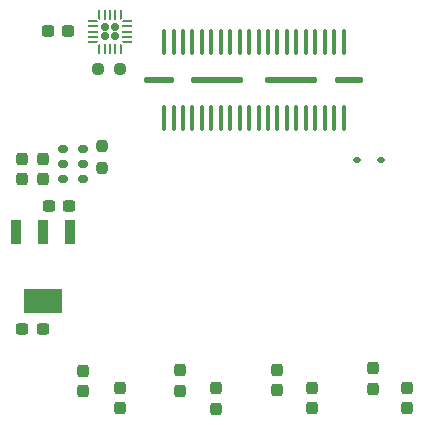
<source format=gbr>
%TF.GenerationSoftware,KiCad,Pcbnew,7.0.1*%
%TF.CreationDate,2023-09-03T17:39:20-04:00*%
%TF.ProjectId,syzygy-breakout-flash-LVL,73797a79-6779-42d6-9272-65616b6f7574,r1.0*%
%TF.SameCoordinates,PX66851e0PY4d70380*%
%TF.FileFunction,Paste,Bot*%
%TF.FilePolarity,Positive*%
%FSLAX46Y46*%
G04 Gerber Fmt 4.6, Leading zero omitted, Abs format (unit mm)*
G04 Created by KiCad (PCBNEW 7.0.1) date 2023-09-03 17:39:20*
%MOMM*%
%LPD*%
G01*
G04 APERTURE LIST*
G04 Aperture macros list*
%AMRoundRect*
0 Rectangle with rounded corners*
0 $1 Rounding radius*
0 $2 $3 $4 $5 $6 $7 $8 $9 X,Y pos of 4 corners*
0 Add a 4 corners polygon primitive as box body*
4,1,4,$2,$3,$4,$5,$6,$7,$8,$9,$2,$3,0*
0 Add four circle primitives for the rounded corners*
1,1,$1+$1,$2,$3*
1,1,$1+$1,$4,$5*
1,1,$1+$1,$6,$7*
1,1,$1+$1,$8,$9*
0 Add four rect primitives between the rounded corners*
20,1,$1+$1,$2,$3,$4,$5,0*
20,1,$1+$1,$4,$5,$6,$7,0*
20,1,$1+$1,$6,$7,$8,$9,0*
20,1,$1+$1,$8,$9,$2,$3,0*%
%AMFreePoly0*
4,1,14,0.410355,0.110355,0.425000,0.075000,0.425000,0.045711,0.410355,0.010356,0.289644,-0.110355,0.254289,-0.125000,-0.375000,-0.125000,-0.410355,-0.110355,-0.425000,-0.075000,-0.425000,0.075000,-0.410355,0.110355,-0.375000,0.125000,0.375000,0.125000,0.410355,0.110355,0.410355,0.110355,$1*%
%AMFreePoly1*
4,1,14,0.289644,0.110355,0.410355,-0.010356,0.425000,-0.045711,0.425000,-0.075000,0.410355,-0.110355,0.375000,-0.125000,-0.375000,-0.125000,-0.410355,-0.110355,-0.425000,-0.075000,-0.425000,0.075000,-0.410355,0.110355,-0.375000,0.125000,0.254289,0.125000,0.289644,0.110355,0.289644,0.110355,$1*%
%AMFreePoly2*
4,1,14,0.110355,0.410355,0.125000,0.375000,0.125000,-0.375000,0.110355,-0.410355,0.075000,-0.425000,0.045711,-0.425000,0.010356,-0.410355,-0.110355,-0.289644,-0.125000,-0.254289,-0.125000,0.375000,-0.110355,0.410355,-0.075000,0.425000,0.075000,0.425000,0.110355,0.410355,0.110355,0.410355,$1*%
%AMFreePoly3*
4,1,14,0.110355,0.410355,0.125000,0.375000,0.125000,-0.254289,0.110355,-0.289644,-0.010356,-0.410355,-0.045711,-0.425000,-0.075000,-0.425000,-0.110355,-0.410355,-0.125000,-0.375000,-0.125000,0.375000,-0.110355,0.410355,-0.075000,0.425000,0.075000,0.425000,0.110355,0.410355,0.110355,0.410355,$1*%
%AMFreePoly4*
4,1,14,0.410355,0.110355,0.425000,0.075000,0.425000,-0.075000,0.410355,-0.110355,0.375000,-0.125000,-0.375000,-0.125000,-0.410355,-0.110355,-0.425000,-0.075000,-0.425000,-0.045711,-0.410355,-0.010355,-0.289643,0.110355,-0.254289,0.125000,0.375000,0.125000,0.410355,0.110355,0.410355,0.110355,$1*%
%AMFreePoly5*
4,1,14,0.410355,0.110355,0.425000,0.075000,0.425000,-0.075000,0.410355,-0.110355,0.375000,-0.125000,-0.254289,-0.125000,-0.289644,-0.110355,-0.410355,0.010356,-0.425000,0.045711,-0.425000,0.075000,-0.410355,0.110355,-0.375000,0.125000,0.375000,0.125000,0.410355,0.110355,0.410355,0.110355,$1*%
%AMFreePoly6*
4,1,14,-0.010356,0.410355,0.110355,0.289644,0.125000,0.254289,0.125000,-0.375000,0.110355,-0.410355,0.075000,-0.425000,-0.075000,-0.425000,-0.110355,-0.410355,-0.125000,-0.375000,-0.125000,0.375000,-0.110355,0.410355,-0.075000,0.425000,-0.045711,0.425000,-0.010356,0.410355,-0.010356,0.410355,$1*%
%AMFreePoly7*
4,1,14,0.110355,0.410355,0.125000,0.375000,0.125000,-0.375000,0.110355,-0.410355,0.075000,-0.425000,-0.075000,-0.425000,-0.110355,-0.410355,-0.125000,-0.375000,-0.125000,0.254289,-0.110355,0.289644,0.010356,0.410355,0.045711,0.425000,0.075000,0.425000,0.110355,0.410355,0.110355,0.410355,$1*%
G04 Aperture macros list end*
%ADD10RoundRect,0.060000X0.090000X1.040000X-0.090000X1.040000X-0.090000X-1.040000X0.090000X-1.040000X0*%
%ADD11RoundRect,0.100000X-1.100000X0.150000X-1.100000X-0.150000X1.100000X-0.150000X1.100000X0.150000X0*%
%ADD12RoundRect,0.100000X-2.075000X0.150000X-2.075000X-0.150000X2.075000X-0.150000X2.075000X0.150000X0*%
%ADD13RoundRect,0.100000X-1.150000X0.150000X-1.150000X-0.150000X1.150000X-0.150000X1.150000X0.150000X0*%
%ADD14RoundRect,0.237500X0.237500X-0.300000X0.237500X0.300000X-0.237500X0.300000X-0.237500X-0.300000X0*%
%ADD15RoundRect,0.237500X-0.237500X0.300000X-0.237500X-0.300000X0.237500X-0.300000X0.237500X0.300000X0*%
%ADD16RoundRect,0.237500X-0.250000X-0.237500X0.250000X-0.237500X0.250000X0.237500X-0.250000X0.237500X0*%
%ADD17RoundRect,0.112500X0.187500X0.112500X-0.187500X0.112500X-0.187500X-0.112500X0.187500X-0.112500X0*%
%ADD18RoundRect,0.237500X-0.300000X-0.237500X0.300000X-0.237500X0.300000X0.237500X-0.300000X0.237500X0*%
%ADD19RoundRect,0.150000X-0.250000X-0.150000X0.250000X-0.150000X0.250000X0.150000X-0.250000X0.150000X0*%
%ADD20RoundRect,0.237500X0.300000X0.237500X-0.300000X0.237500X-0.300000X-0.237500X0.300000X-0.237500X0*%
%ADD21R,0.950000X2.150000*%
%ADD22R,3.250000X2.150000*%
%ADD23RoundRect,0.237500X0.237500X-0.250000X0.237500X0.250000X-0.237500X0.250000X-0.237500X-0.250000X0*%
%ADD24RoundRect,0.160000X0.160000X-0.160000X0.160000X0.160000X-0.160000X0.160000X-0.160000X-0.160000X0*%
%ADD25FreePoly0,90.000000*%
%ADD26RoundRect,0.062500X0.062500X-0.362500X0.062500X0.362500X-0.062500X0.362500X-0.062500X-0.362500X0*%
%ADD27FreePoly1,90.000000*%
%ADD28FreePoly2,90.000000*%
%ADD29RoundRect,0.062500X0.362500X-0.062500X0.362500X0.062500X-0.362500X0.062500X-0.362500X-0.062500X0*%
%ADD30FreePoly3,90.000000*%
%ADD31FreePoly4,90.000000*%
%ADD32FreePoly5,90.000000*%
%ADD33FreePoly6,90.000000*%
%ADD34FreePoly7,90.000000*%
G04 APERTURE END LIST*
D10*
X14882000Y-12486000D03*
X14882000Y-6086000D03*
X15682000Y-12486000D03*
X15682000Y-6086000D03*
X16482000Y-12486000D03*
X16482000Y-6086000D03*
X17282000Y-12486000D03*
X17282000Y-6086000D03*
X18082000Y-12486000D03*
X18082000Y-6086000D03*
X18882000Y-12486000D03*
X18882000Y-6086000D03*
X19682000Y-12486000D03*
X19682000Y-6086000D03*
X20482000Y-12486000D03*
X20482000Y-6086000D03*
X21282000Y-12486000D03*
X21282000Y-6086000D03*
X22082000Y-12486000D03*
X22082000Y-6086000D03*
X22882000Y-12486000D03*
X22882000Y-6086000D03*
X23682000Y-12486000D03*
X23682000Y-6086000D03*
X24482000Y-12486000D03*
X24482000Y-6086000D03*
X25282000Y-12486000D03*
X25282000Y-6086000D03*
X26082000Y-12486000D03*
X26082000Y-6086000D03*
X26882000Y-12486000D03*
X26882000Y-6086000D03*
X27682000Y-12486000D03*
X27682000Y-6086000D03*
X28482000Y-12486000D03*
X28482000Y-6086000D03*
X29282000Y-12486000D03*
X29282000Y-6086000D03*
X30082000Y-12486000D03*
X30082000Y-6086000D03*
D11*
X30532000Y-9286000D03*
D12*
X25632000Y-9286000D03*
X19332000Y-9286000D03*
D13*
X14432000Y-9286000D03*
D14*
X2885200Y-17686400D03*
X2885200Y-15961400D03*
D15*
X16251600Y-33873200D03*
X16251600Y-35598200D03*
D16*
X9293000Y-8371800D03*
X11118000Y-8371800D03*
D17*
X33284000Y-16082000D03*
X31184000Y-16082000D03*
D18*
X5124700Y-19993600D03*
X6849700Y-19993600D03*
D14*
X4662100Y-17682200D03*
X4662100Y-15957200D03*
D19*
X6360100Y-17682200D03*
X6360100Y-16432200D03*
X6360100Y-15182200D03*
X8010100Y-15182200D03*
X8010100Y-16432200D03*
X8010100Y-17682200D03*
D14*
X27424800Y-37060200D03*
X27424800Y-35335200D03*
D15*
X24481200Y-33824600D03*
X24481200Y-35549600D03*
D14*
X35451200Y-37061300D03*
X35451200Y-35336300D03*
X11118000Y-37060200D03*
X11118000Y-35335200D03*
D20*
X4615600Y-30356800D03*
X2890600Y-30356800D03*
X6750000Y-5175000D03*
X5025000Y-5175000D03*
D21*
X2315600Y-22194600D03*
X4615600Y-22194600D03*
X6915600Y-22194600D03*
D22*
X4615600Y-27994600D03*
D14*
X19296800Y-37112100D03*
X19296800Y-35387100D03*
D15*
X8022000Y-33926200D03*
X8022000Y-35651200D03*
D23*
X9658700Y-16713200D03*
X9658700Y-14888200D03*
D24*
X9908000Y-5603000D03*
X10708000Y-5603000D03*
X9908000Y-4803000D03*
X10708000Y-4803000D03*
D25*
X11208000Y-6653000D03*
D26*
X10758000Y-6653000D03*
X10308000Y-6653000D03*
X9858000Y-6653000D03*
D27*
X9408000Y-6653000D03*
D28*
X8858000Y-6103000D03*
D29*
X8858000Y-5653000D03*
X8858000Y-5203000D03*
X8858000Y-4753000D03*
D30*
X8858000Y-4303000D03*
D31*
X9408000Y-3753000D03*
D26*
X9858000Y-3753000D03*
X10308000Y-3753000D03*
X10758000Y-3753000D03*
D32*
X11208000Y-3753000D03*
D33*
X11758000Y-4303000D03*
D29*
X11758000Y-4753000D03*
X11758000Y-5203000D03*
X11758000Y-5653000D03*
D34*
X11758000Y-6103000D03*
D15*
X32558400Y-33720800D03*
X32558400Y-35445800D03*
M02*

</source>
